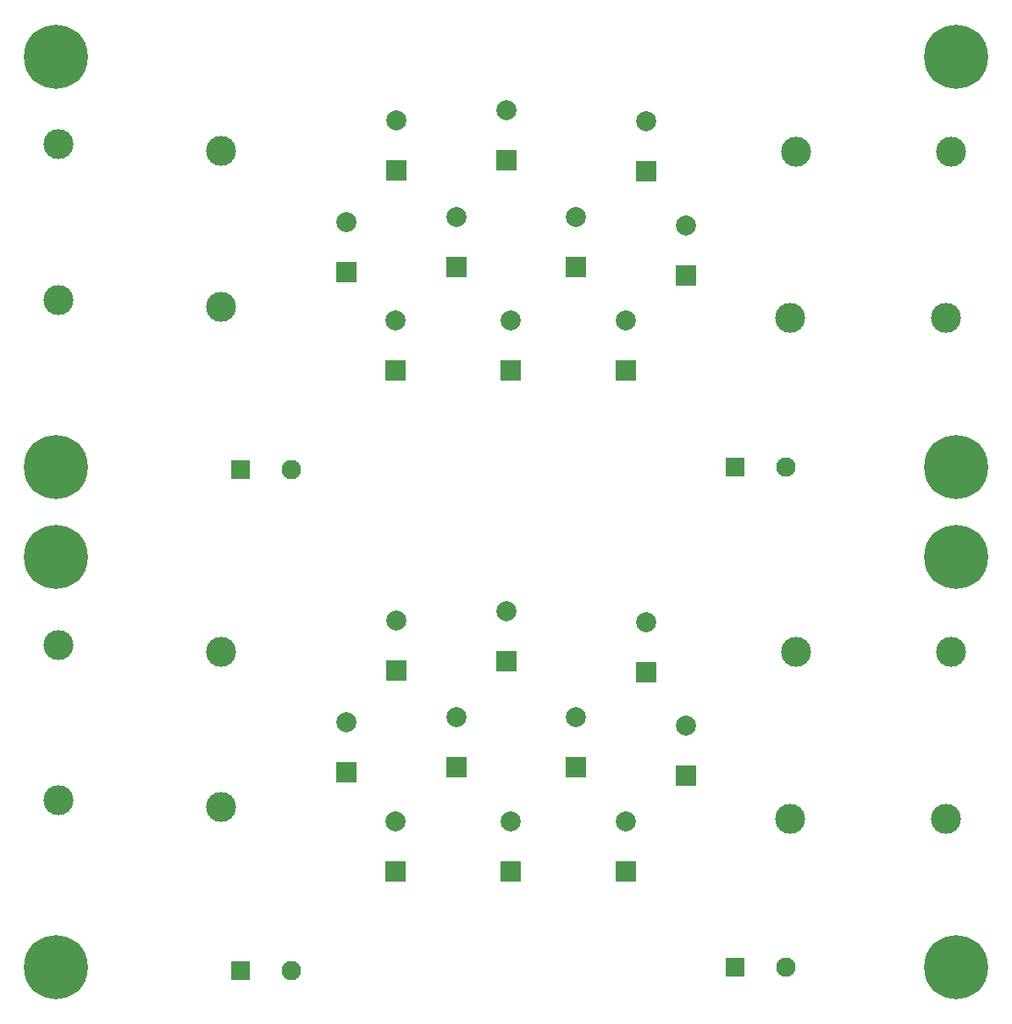
<source format=gts>
G04 #@! TF.GenerationSoftware,KiCad,Pcbnew,7.0.1*
G04 #@! TF.CreationDate,2023-06-27T15:11:53+02:00*
G04 #@! TF.ProjectId,K_PSU_dual_filter,4b5f5053-555f-4647-9561-6c5f66696c74,rev?*
G04 #@! TF.SameCoordinates,Original*
G04 #@! TF.FileFunction,Soldermask,Top*
G04 #@! TF.FilePolarity,Negative*
%FSLAX46Y46*%
G04 Gerber Fmt 4.6, Leading zero omitted, Abs format (unit mm)*
G04 Created by KiCad (PCBNEW 7.0.1) date 2023-06-27 15:11:53*
%MOMM*%
%LPD*%
G01*
G04 APERTURE LIST*
%ADD10R,2.000000X2.000000*%
%ADD11C,2.000000*%
%ADD12C,6.400000*%
%ADD13C,3.000000*%
%ADD14R,1.950000X1.950000*%
%ADD15C,1.950000*%
G04 APERTURE END LIST*
D10*
X154000000Y-50367677D03*
D11*
X154000000Y-45367677D03*
D12*
X109000000Y-131000000D03*
D10*
X154450000Y-71367677D03*
D11*
X154450000Y-66367677D03*
D13*
X109260478Y-48760478D03*
X109260478Y-64316827D03*
D10*
X168000000Y-51500000D03*
D11*
X168000000Y-46500000D03*
D14*
X176920000Y-131000000D03*
D15*
X182000000Y-131000000D03*
D10*
X142900000Y-121367677D03*
D11*
X142900000Y-116367677D03*
D13*
X125500000Y-115000000D03*
X125500000Y-99443651D03*
D10*
X143000000Y-101367677D03*
D11*
X143000000Y-96367677D03*
D14*
X176920000Y-81000000D03*
D15*
X182000000Y-81000000D03*
D13*
X182380239Y-66119761D03*
X197936588Y-66119761D03*
D12*
X109000000Y-40000000D03*
D10*
X166000000Y-121367677D03*
D11*
X166000000Y-116367677D03*
D12*
X199000000Y-81000000D03*
D10*
X142900000Y-71367677D03*
D11*
X142900000Y-66367677D03*
D10*
X172000000Y-61867677D03*
D11*
X172000000Y-56867677D03*
D10*
X138000000Y-61500000D03*
D11*
X138000000Y-56500000D03*
D13*
X198500000Y-99500000D03*
X182943651Y-99500000D03*
D10*
X138000000Y-111500000D03*
D11*
X138000000Y-106500000D03*
D10*
X172000000Y-111867677D03*
D11*
X172000000Y-106867677D03*
D10*
X143000000Y-51367677D03*
D11*
X143000000Y-46367677D03*
D10*
X154000000Y-100367677D03*
D11*
X154000000Y-95367677D03*
D12*
X109000000Y-90000000D03*
D10*
X168000000Y-101500000D03*
D11*
X168000000Y-96500000D03*
D10*
X149000000Y-61000000D03*
D11*
X149000000Y-56000000D03*
D13*
X125500000Y-65000000D03*
X125500000Y-49443651D03*
D14*
X127460000Y-131300000D03*
D15*
X132540000Y-131300000D03*
D10*
X166000000Y-71367677D03*
D11*
X166000000Y-66367677D03*
D14*
X127460000Y-81300000D03*
D15*
X132540000Y-81300000D03*
D12*
X109000000Y-81000000D03*
D13*
X182380239Y-116119761D03*
X197936588Y-116119761D03*
D10*
X154450000Y-121367677D03*
D11*
X154450000Y-116367677D03*
D10*
X149000000Y-111000000D03*
D11*
X149000000Y-106000000D03*
D10*
X161000000Y-111000000D03*
D11*
X161000000Y-106000000D03*
D10*
X161000000Y-61000000D03*
D11*
X161000000Y-56000000D03*
D12*
X199000000Y-90000000D03*
D13*
X198500000Y-49500000D03*
X182943651Y-49500000D03*
D12*
X199000000Y-131000000D03*
D13*
X109260478Y-98760478D03*
X109260478Y-114316827D03*
D12*
X199000000Y-40000000D03*
M02*

</source>
